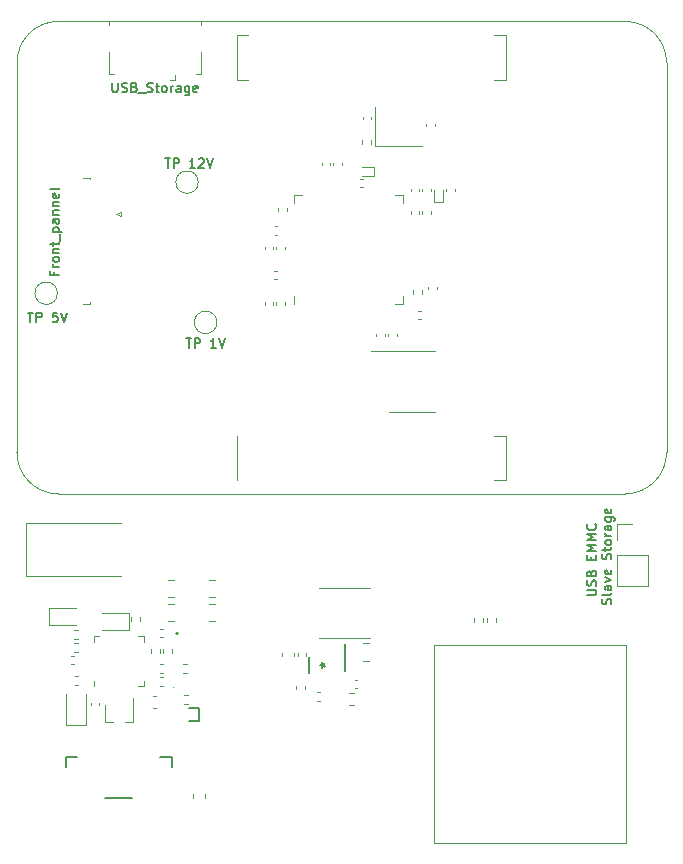
<source format=gbr>
%TF.GenerationSoftware,KiCad,Pcbnew,(6.0.4)*%
%TF.CreationDate,2022-08-11T23:06:16+02:00*%
%TF.ProjectId,MainBoard,4d61696e-426f-4617-9264-2e6b69636164,rev?*%
%TF.SameCoordinates,PXa344e00PY7102aa0*%
%TF.FileFunction,Legend,Top*%
%TF.FilePolarity,Positive*%
%FSLAX46Y46*%
G04 Gerber Fmt 4.6, Leading zero omitted, Abs format (unit mm)*
G04 Created by KiCad (PCBNEW (6.0.4)) date 2022-08-11 23:06:16*
%MOMM*%
%LPD*%
G01*
G04 APERTURE LIST*
%ADD10C,0.150000*%
%ADD11C,0.120000*%
%ADD12C,0.152400*%
%ADD13C,0.100000*%
%ADD14C,0.200000*%
G04 APERTURE END LIST*
D10*
X992857Y45338096D02*
X1450000Y45338096D01*
X1221428Y44538096D02*
X1221428Y45338096D01*
X1716666Y44538096D02*
X1716666Y45338096D01*
X2021428Y45338096D01*
X2097619Y45300000D01*
X2135714Y45261905D01*
X2173809Y45185715D01*
X2173809Y45071429D01*
X2135714Y44995239D01*
X2097619Y44957143D01*
X2021428Y44919048D01*
X1716666Y44919048D01*
X3507142Y45338096D02*
X3126190Y45338096D01*
X3088095Y44957143D01*
X3126190Y44995239D01*
X3202380Y45033334D01*
X3392857Y45033334D01*
X3469047Y44995239D01*
X3507142Y44957143D01*
X3545238Y44880953D01*
X3545238Y44690477D01*
X3507142Y44614286D01*
X3469047Y44576191D01*
X3392857Y44538096D01*
X3202380Y44538096D01*
X3126190Y44576191D01*
X3088095Y44614286D01*
X3773809Y45338096D02*
X4040476Y44538096D01*
X4307142Y45338096D01*
X3217857Y48759524D02*
X3217857Y48492858D01*
X3636904Y48492858D02*
X2836904Y48492858D01*
X2836904Y48873810D01*
X3636904Y49178572D02*
X3103571Y49178572D01*
X3255952Y49178572D02*
X3179761Y49216667D01*
X3141666Y49254762D01*
X3103571Y49330953D01*
X3103571Y49407143D01*
X3636904Y49788096D02*
X3598809Y49711905D01*
X3560714Y49673810D01*
X3484523Y49635715D01*
X3255952Y49635715D01*
X3179761Y49673810D01*
X3141666Y49711905D01*
X3103571Y49788096D01*
X3103571Y49902381D01*
X3141666Y49978572D01*
X3179761Y50016667D01*
X3255952Y50054762D01*
X3484523Y50054762D01*
X3560714Y50016667D01*
X3598809Y49978572D01*
X3636904Y49902381D01*
X3636904Y49788096D01*
X3103571Y50397620D02*
X3636904Y50397620D01*
X3179761Y50397620D02*
X3141666Y50435715D01*
X3103571Y50511905D01*
X3103571Y50626191D01*
X3141666Y50702381D01*
X3217857Y50740477D01*
X3636904Y50740477D01*
X3103571Y51007143D02*
X3103571Y51311905D01*
X2836904Y51121429D02*
X3522619Y51121429D01*
X3598809Y51159524D01*
X3636904Y51235715D01*
X3636904Y51311905D01*
X3713095Y51388096D02*
X3713095Y51997620D01*
X3103571Y52188096D02*
X3903571Y52188096D01*
X3141666Y52188096D02*
X3103571Y52264286D01*
X3103571Y52416667D01*
X3141666Y52492858D01*
X3179761Y52530953D01*
X3255952Y52569048D01*
X3484523Y52569048D01*
X3560714Y52530953D01*
X3598809Y52492858D01*
X3636904Y52416667D01*
X3636904Y52264286D01*
X3598809Y52188096D01*
X3636904Y53254762D02*
X3217857Y53254762D01*
X3141666Y53216667D01*
X3103571Y53140477D01*
X3103571Y52988096D01*
X3141666Y52911905D01*
X3598809Y53254762D02*
X3636904Y53178572D01*
X3636904Y52988096D01*
X3598809Y52911905D01*
X3522619Y52873810D01*
X3446428Y52873810D01*
X3370238Y52911905D01*
X3332142Y52988096D01*
X3332142Y53178572D01*
X3294047Y53254762D01*
X3103571Y53635715D02*
X3636904Y53635715D01*
X3179761Y53635715D02*
X3141666Y53673810D01*
X3103571Y53750000D01*
X3103571Y53864286D01*
X3141666Y53940477D01*
X3217857Y53978572D01*
X3636904Y53978572D01*
X3103571Y54359524D02*
X3636904Y54359524D01*
X3179761Y54359524D02*
X3141666Y54397620D01*
X3103571Y54473810D01*
X3103571Y54588096D01*
X3141666Y54664286D01*
X3217857Y54702381D01*
X3636904Y54702381D01*
X3598809Y55388096D02*
X3636904Y55311905D01*
X3636904Y55159524D01*
X3598809Y55083334D01*
X3522619Y55045239D01*
X3217857Y55045239D01*
X3141666Y55083334D01*
X3103571Y55159524D01*
X3103571Y55311905D01*
X3141666Y55388096D01*
X3217857Y55426191D01*
X3294047Y55426191D01*
X3370238Y55045239D01*
X3636904Y55883334D02*
X3598809Y55807143D01*
X3522619Y55769048D01*
X2836904Y55769048D01*
X48317904Y21404762D02*
X48965523Y21404762D01*
X49041714Y21442858D01*
X49079809Y21480953D01*
X49117904Y21557143D01*
X49117904Y21709524D01*
X49079809Y21785715D01*
X49041714Y21823810D01*
X48965523Y21861905D01*
X48317904Y21861905D01*
X49079809Y22204762D02*
X49117904Y22319048D01*
X49117904Y22509524D01*
X49079809Y22585715D01*
X49041714Y22623810D01*
X48965523Y22661905D01*
X48889333Y22661905D01*
X48813142Y22623810D01*
X48775047Y22585715D01*
X48736952Y22509524D01*
X48698857Y22357143D01*
X48660761Y22280953D01*
X48622666Y22242858D01*
X48546476Y22204762D01*
X48470285Y22204762D01*
X48394095Y22242858D01*
X48356000Y22280953D01*
X48317904Y22357143D01*
X48317904Y22547620D01*
X48356000Y22661905D01*
X48698857Y23271429D02*
X48736952Y23385715D01*
X48775047Y23423810D01*
X48851238Y23461905D01*
X48965523Y23461905D01*
X49041714Y23423810D01*
X49079809Y23385715D01*
X49117904Y23309524D01*
X49117904Y23004762D01*
X48317904Y23004762D01*
X48317904Y23271429D01*
X48356000Y23347620D01*
X48394095Y23385715D01*
X48470285Y23423810D01*
X48546476Y23423810D01*
X48622666Y23385715D01*
X48660761Y23347620D01*
X48698857Y23271429D01*
X48698857Y23004762D01*
X48698857Y24414286D02*
X48698857Y24680953D01*
X49117904Y24795239D02*
X49117904Y24414286D01*
X48317904Y24414286D01*
X48317904Y24795239D01*
X49117904Y25138096D02*
X48317904Y25138096D01*
X48889333Y25404762D01*
X48317904Y25671429D01*
X49117904Y25671429D01*
X49117904Y26052381D02*
X48317904Y26052381D01*
X48889333Y26319048D01*
X48317904Y26585715D01*
X49117904Y26585715D01*
X49041714Y27423810D02*
X49079809Y27385715D01*
X49117904Y27271429D01*
X49117904Y27195239D01*
X49079809Y27080953D01*
X49003619Y27004762D01*
X48927428Y26966667D01*
X48775047Y26928572D01*
X48660761Y26928572D01*
X48508380Y26966667D01*
X48432190Y27004762D01*
X48356000Y27080953D01*
X48317904Y27195239D01*
X48317904Y27271429D01*
X48356000Y27385715D01*
X48394095Y27423810D01*
X50367809Y20661905D02*
X50405904Y20776191D01*
X50405904Y20966667D01*
X50367809Y21042858D01*
X50329714Y21080953D01*
X50253523Y21119048D01*
X50177333Y21119048D01*
X50101142Y21080953D01*
X50063047Y21042858D01*
X50024952Y20966667D01*
X49986857Y20814286D01*
X49948761Y20738096D01*
X49910666Y20700000D01*
X49834476Y20661905D01*
X49758285Y20661905D01*
X49682095Y20700000D01*
X49644000Y20738096D01*
X49605904Y20814286D01*
X49605904Y21004762D01*
X49644000Y21119048D01*
X50405904Y21576191D02*
X50367809Y21500000D01*
X50291619Y21461905D01*
X49605904Y21461905D01*
X50405904Y22223810D02*
X49986857Y22223810D01*
X49910666Y22185715D01*
X49872571Y22109524D01*
X49872571Y21957143D01*
X49910666Y21880953D01*
X50367809Y22223810D02*
X50405904Y22147620D01*
X50405904Y21957143D01*
X50367809Y21880953D01*
X50291619Y21842858D01*
X50215428Y21842858D01*
X50139238Y21880953D01*
X50101142Y21957143D01*
X50101142Y22147620D01*
X50063047Y22223810D01*
X49872571Y22528572D02*
X50405904Y22719048D01*
X49872571Y22909524D01*
X50367809Y23519048D02*
X50405904Y23442858D01*
X50405904Y23290477D01*
X50367809Y23214286D01*
X50291619Y23176191D01*
X49986857Y23176191D01*
X49910666Y23214286D01*
X49872571Y23290477D01*
X49872571Y23442858D01*
X49910666Y23519048D01*
X49986857Y23557143D01*
X50063047Y23557143D01*
X50139238Y23176191D01*
X50367809Y24471429D02*
X50405904Y24585715D01*
X50405904Y24776191D01*
X50367809Y24852381D01*
X50329714Y24890477D01*
X50253523Y24928572D01*
X50177333Y24928572D01*
X50101142Y24890477D01*
X50063047Y24852381D01*
X50024952Y24776191D01*
X49986857Y24623810D01*
X49948761Y24547620D01*
X49910666Y24509524D01*
X49834476Y24471429D01*
X49758285Y24471429D01*
X49682095Y24509524D01*
X49644000Y24547620D01*
X49605904Y24623810D01*
X49605904Y24814286D01*
X49644000Y24928572D01*
X49872571Y25157143D02*
X49872571Y25461905D01*
X49605904Y25271429D02*
X50291619Y25271429D01*
X50367809Y25309524D01*
X50405904Y25385715D01*
X50405904Y25461905D01*
X50405904Y25842858D02*
X50367809Y25766667D01*
X50329714Y25728572D01*
X50253523Y25690477D01*
X50024952Y25690477D01*
X49948761Y25728572D01*
X49910666Y25766667D01*
X49872571Y25842858D01*
X49872571Y25957143D01*
X49910666Y26033334D01*
X49948761Y26071429D01*
X50024952Y26109524D01*
X50253523Y26109524D01*
X50329714Y26071429D01*
X50367809Y26033334D01*
X50405904Y25957143D01*
X50405904Y25842858D01*
X50405904Y26452381D02*
X49872571Y26452381D01*
X50024952Y26452381D02*
X49948761Y26490477D01*
X49910666Y26528572D01*
X49872571Y26604762D01*
X49872571Y26680953D01*
X50405904Y27290477D02*
X49986857Y27290477D01*
X49910666Y27252381D01*
X49872571Y27176191D01*
X49872571Y27023810D01*
X49910666Y26947620D01*
X50367809Y27290477D02*
X50405904Y27214286D01*
X50405904Y27023810D01*
X50367809Y26947620D01*
X50291619Y26909524D01*
X50215428Y26909524D01*
X50139238Y26947620D01*
X50101142Y27023810D01*
X50101142Y27214286D01*
X50063047Y27290477D01*
X49872571Y28014286D02*
X50520190Y28014286D01*
X50596380Y27976191D01*
X50634476Y27938096D01*
X50672571Y27861905D01*
X50672571Y27747620D01*
X50634476Y27671429D01*
X50367809Y28014286D02*
X50405904Y27938096D01*
X50405904Y27785715D01*
X50367809Y27709524D01*
X50329714Y27671429D01*
X50253523Y27633334D01*
X50024952Y27633334D01*
X49948761Y27671429D01*
X49910666Y27709524D01*
X49872571Y27785715D01*
X49872571Y27938096D01*
X49910666Y28014286D01*
X50367809Y28700000D02*
X50405904Y28623810D01*
X50405904Y28471429D01*
X50367809Y28395239D01*
X50291619Y28357143D01*
X49986857Y28357143D01*
X49910666Y28395239D01*
X49872571Y28471429D01*
X49872571Y28623810D01*
X49910666Y28700000D01*
X49986857Y28738096D01*
X50063047Y28738096D01*
X50139238Y28357143D01*
X14392857Y43163096D02*
X14850000Y43163096D01*
X14621428Y42363096D02*
X14621428Y43163096D01*
X15116666Y42363096D02*
X15116666Y43163096D01*
X15421428Y43163096D01*
X15497619Y43125000D01*
X15535714Y43086905D01*
X15573809Y43010715D01*
X15573809Y42896429D01*
X15535714Y42820239D01*
X15497619Y42782143D01*
X15421428Y42744048D01*
X15116666Y42744048D01*
X16945238Y42363096D02*
X16488095Y42363096D01*
X16716666Y42363096D02*
X16716666Y43163096D01*
X16640476Y43048810D01*
X16564285Y42972620D01*
X16488095Y42934524D01*
X17173809Y43163096D02*
X17440476Y42363096D01*
X17707142Y43163096D01*
X12611904Y58388096D02*
X13069047Y58388096D01*
X12840476Y57588096D02*
X12840476Y58388096D01*
X13335714Y57588096D02*
X13335714Y58388096D01*
X13640476Y58388096D01*
X13716666Y58350000D01*
X13754761Y58311905D01*
X13792857Y58235715D01*
X13792857Y58121429D01*
X13754761Y58045239D01*
X13716666Y58007143D01*
X13640476Y57969048D01*
X13335714Y57969048D01*
X15164285Y57588096D02*
X14707142Y57588096D01*
X14935714Y57588096D02*
X14935714Y58388096D01*
X14859523Y58273810D01*
X14783333Y58197620D01*
X14707142Y58159524D01*
X15469047Y58311905D02*
X15507142Y58350000D01*
X15583333Y58388096D01*
X15773809Y58388096D01*
X15850000Y58350000D01*
X15888095Y58311905D01*
X15926190Y58235715D01*
X15926190Y58159524D01*
X15888095Y58045239D01*
X15430952Y57588096D01*
X15926190Y57588096D01*
X16154761Y58388096D02*
X16421428Y57588096D01*
X16688095Y58388096D01*
X8150000Y64788096D02*
X8150000Y64140477D01*
X8188095Y64064286D01*
X8226190Y64026191D01*
X8302380Y63988096D01*
X8454761Y63988096D01*
X8530952Y64026191D01*
X8569047Y64064286D01*
X8607142Y64140477D01*
X8607142Y64788096D01*
X8950000Y64026191D02*
X9064285Y63988096D01*
X9254761Y63988096D01*
X9330952Y64026191D01*
X9369047Y64064286D01*
X9407142Y64140477D01*
X9407142Y64216667D01*
X9369047Y64292858D01*
X9330952Y64330953D01*
X9254761Y64369048D01*
X9102380Y64407143D01*
X9026190Y64445239D01*
X8988095Y64483334D01*
X8950000Y64559524D01*
X8950000Y64635715D01*
X8988095Y64711905D01*
X9026190Y64750000D01*
X9102380Y64788096D01*
X9292857Y64788096D01*
X9407142Y64750000D01*
X10016666Y64407143D02*
X10130952Y64369048D01*
X10169047Y64330953D01*
X10207142Y64254762D01*
X10207142Y64140477D01*
X10169047Y64064286D01*
X10130952Y64026191D01*
X10054761Y63988096D01*
X9750000Y63988096D01*
X9750000Y64788096D01*
X10016666Y64788096D01*
X10092857Y64750000D01*
X10130952Y64711905D01*
X10169047Y64635715D01*
X10169047Y64559524D01*
X10130952Y64483334D01*
X10092857Y64445239D01*
X10016666Y64407143D01*
X9750000Y64407143D01*
X10359523Y63911905D02*
X10969047Y63911905D01*
X11121428Y64026191D02*
X11235714Y63988096D01*
X11426190Y63988096D01*
X11502380Y64026191D01*
X11540476Y64064286D01*
X11578571Y64140477D01*
X11578571Y64216667D01*
X11540476Y64292858D01*
X11502380Y64330953D01*
X11426190Y64369048D01*
X11273809Y64407143D01*
X11197619Y64445239D01*
X11159523Y64483334D01*
X11121428Y64559524D01*
X11121428Y64635715D01*
X11159523Y64711905D01*
X11197619Y64750000D01*
X11273809Y64788096D01*
X11464285Y64788096D01*
X11578571Y64750000D01*
X11807142Y64521429D02*
X12111904Y64521429D01*
X11921428Y64788096D02*
X11921428Y64102381D01*
X11959523Y64026191D01*
X12035714Y63988096D01*
X12111904Y63988096D01*
X12492857Y63988096D02*
X12416666Y64026191D01*
X12378571Y64064286D01*
X12340476Y64140477D01*
X12340476Y64369048D01*
X12378571Y64445239D01*
X12416666Y64483334D01*
X12492857Y64521429D01*
X12607142Y64521429D01*
X12683333Y64483334D01*
X12721428Y64445239D01*
X12759523Y64369048D01*
X12759523Y64140477D01*
X12721428Y64064286D01*
X12683333Y64026191D01*
X12607142Y63988096D01*
X12492857Y63988096D01*
X13102380Y63988096D02*
X13102380Y64521429D01*
X13102380Y64369048D02*
X13140476Y64445239D01*
X13178571Y64483334D01*
X13254761Y64521429D01*
X13330952Y64521429D01*
X13940476Y63988096D02*
X13940476Y64407143D01*
X13902380Y64483334D01*
X13826190Y64521429D01*
X13673809Y64521429D01*
X13597619Y64483334D01*
X13940476Y64026191D02*
X13864285Y63988096D01*
X13673809Y63988096D01*
X13597619Y64026191D01*
X13559523Y64102381D01*
X13559523Y64178572D01*
X13597619Y64254762D01*
X13673809Y64292858D01*
X13864285Y64292858D01*
X13940476Y64330953D01*
X14664285Y64521429D02*
X14664285Y63873810D01*
X14626190Y63797620D01*
X14588095Y63759524D01*
X14511904Y63721429D01*
X14397619Y63721429D01*
X14321428Y63759524D01*
X14664285Y64026191D02*
X14588095Y63988096D01*
X14435714Y63988096D01*
X14359523Y64026191D01*
X14321428Y64064286D01*
X14283333Y64140477D01*
X14283333Y64369048D01*
X14321428Y64445239D01*
X14359523Y64483334D01*
X14435714Y64521429D01*
X14588095Y64521429D01*
X14664285Y64483334D01*
X15350000Y64026191D02*
X15273809Y63988096D01*
X15121428Y63988096D01*
X15045238Y64026191D01*
X15007142Y64102381D01*
X15007142Y64407143D01*
X15045238Y64483334D01*
X15121428Y64521429D01*
X15273809Y64521429D01*
X15350000Y64483334D01*
X15388095Y64407143D01*
X15388095Y64330953D01*
X15007142Y64254762D01*
%TO.C,U8*%
X25752380Y15500000D02*
X25990476Y15500000D01*
X25895238Y15261905D02*
X25990476Y15500000D01*
X25895238Y15738096D01*
X26180952Y15357143D02*
X25990476Y15500000D01*
X26180952Y15642858D01*
D11*
%TO.C,U5*%
X33500000Y42060000D02*
X35450000Y42060000D01*
X33500000Y36940000D02*
X35450000Y36940000D01*
X33500000Y42060000D02*
X30050000Y42060000D01*
X33500000Y36940000D02*
X31550000Y36940000D01*
%TO.C,C65*%
X12407836Y18560000D02*
X12192164Y18560000D01*
X12407836Y17840000D02*
X12192164Y17840000D01*
%TO.C,C84*%
X28907836Y14260000D02*
X28692164Y14260000D01*
X28907836Y13540000D02*
X28692164Y13540000D01*
%TO.C,C62*%
X6340000Y12092164D02*
X6340000Y12307836D01*
X7060000Y12092164D02*
X7060000Y12307836D01*
%TO.C,C72*%
X12858748Y21265000D02*
X13381252Y21265000D01*
X12858748Y22735000D02*
X13381252Y22735000D01*
%TO.C,R25*%
X23720000Y13753641D02*
X23720000Y13446359D01*
X24480000Y13753641D02*
X24480000Y13446359D01*
%TO.C,C30*%
X37130000Y55592164D02*
X37130000Y55807836D01*
X36410000Y55592164D02*
X36410000Y55807836D01*
%TO.C,C37*%
X34915000Y47507836D02*
X34915000Y47292164D01*
X35635000Y47507836D02*
X35635000Y47292164D01*
%TO.C,Y1*%
X30400000Y59450000D02*
X34400000Y59450000D01*
X30400000Y62750000D02*
X30400000Y59450000D01*
%TO.C,D10*%
X9585000Y19935000D02*
X7300000Y19935000D01*
X7300000Y18465000D02*
X9585000Y18465000D01*
X9585000Y18465000D02*
X9585000Y19935000D01*
%TO.C,C64*%
X4662164Y16260000D02*
X4877836Y16260000D01*
X4662164Y15540000D02*
X4877836Y15540000D01*
%TO.C,R16*%
X14453641Y15580000D02*
X14146359Y15580000D01*
X14453641Y14820000D02*
X14146359Y14820000D01*
%TO.C,L2*%
X29954000Y17746000D02*
X25646000Y17746000D01*
X25646000Y22054000D02*
X29954000Y22054000D01*
%TO.C,C45*%
X33410000Y53692164D02*
X33410000Y53907836D01*
X34130000Y53692164D02*
X34130000Y53907836D01*
D12*
%TO.C,U8*%
X24776000Y16200001D02*
X24776000Y14799999D01*
X27825001Y17249999D02*
X27825001Y14950001D01*
D11*
%TO.C,C82*%
X23510000Y16259420D02*
X23510000Y16540580D01*
X22490000Y16259420D02*
X22490000Y16540580D01*
%TO.C,R19*%
X12420000Y16546359D02*
X12420000Y16853641D01*
X13180000Y16546359D02*
X13180000Y16853641D01*
%TO.C,C49*%
X29377836Y56660000D02*
X29162164Y56660000D01*
X29377836Y55940000D02*
X29162164Y55940000D01*
%TO.C,C54*%
X21040000Y46207836D02*
X21040000Y45992164D01*
X21760000Y46207836D02*
X21760000Y45992164D01*
D10*
%TO.C,D5*%
X15460000Y11863880D02*
X14630000Y11863880D01*
X15460000Y10790000D02*
X15460000Y11865620D01*
X15460000Y10784380D02*
X14660000Y10784380D01*
D11*
%TO.C,C11*%
X35460000Y61307836D02*
X35460000Y61092164D01*
X34740000Y61307836D02*
X34740000Y61092164D01*
%TO.C,R10*%
X33595000Y47228641D02*
X33595000Y46921359D01*
X34355000Y47228641D02*
X34355000Y46921359D01*
%TO.C,J6*%
X50840000Y22205000D02*
X53500000Y22205000D01*
X50840000Y24805000D02*
X53500000Y24805000D01*
X53500000Y24805000D02*
X53500000Y22205000D01*
X50840000Y27405000D02*
X52170000Y27405000D01*
X50840000Y26075000D02*
X50840000Y27405000D01*
X50840000Y24805000D02*
X50840000Y22205000D01*
%TO.C,R2*%
X39890000Y19453641D02*
X39890000Y19146359D01*
X40650000Y19453641D02*
X40650000Y19146359D01*
%TO.C,R3*%
X29320000Y59953641D02*
X29320000Y59646359D01*
X30080000Y59953641D02*
X30080000Y59646359D01*
%TO.C,C27*%
X35130000Y53692164D02*
X35130000Y53907836D01*
X34410000Y53692164D02*
X34410000Y53907836D01*
%TO.C,C79*%
X860000Y27560000D02*
X860000Y23040000D01*
X8920000Y27560000D02*
X860000Y27560000D01*
X860000Y23040000D02*
X8920000Y23040000D01*
%TO.C,J8*%
X6260000Y56750000D02*
X5660000Y56750000D01*
X6260000Y46100000D02*
X5660000Y46100000D01*
X8850000Y53475000D02*
X8850000Y53875000D01*
X8850000Y53875000D02*
X8450000Y53675000D01*
X6260000Y56640000D02*
X6260000Y56750000D01*
X8450000Y53675000D02*
X8850000Y53475000D01*
X6260000Y46210000D02*
X6260000Y46100000D01*
%TO.C,C50*%
X22760000Y50692164D02*
X22760000Y50907836D01*
X22040000Y50692164D02*
X22040000Y50907836D01*
%TO.C,C61*%
X11840580Y12910000D02*
X11559420Y12910000D01*
X11840580Y11890000D02*
X11559420Y11890000D01*
%TO.C,R1*%
X39565000Y19443641D02*
X39565000Y19136359D01*
X38805000Y19443641D02*
X38805000Y19136359D01*
%TO.C,C67*%
X12858748Y20685000D02*
X13381252Y20685000D01*
X12858748Y19215000D02*
X13381252Y19215000D01*
%TO.C,R4*%
X22160000Y54213641D02*
X22160000Y53906359D01*
X22920000Y54213641D02*
X22920000Y53906359D01*
%TO.C,C12*%
X26610000Y58007836D02*
X26610000Y57792164D01*
X25890000Y58007836D02*
X25890000Y57792164D01*
%TO.C,C32*%
X22107836Y51940000D02*
X21892164Y51940000D01*
X22107836Y52660000D02*
X21892164Y52660000D01*
%TO.C,D6*%
X9860000Y10670000D02*
X9860000Y12700000D01*
X8200000Y10670000D02*
X7540000Y10670000D01*
X7540000Y12080000D02*
X7540000Y10670000D01*
X9860000Y10670000D02*
X9200000Y10670000D01*
%TO.C,C81*%
X16831252Y19215000D02*
X16308748Y19215000D01*
X16831252Y20685000D02*
X16308748Y20685000D01*
%TO.C,C42*%
X34062164Y44790000D02*
X34277836Y44790000D01*
X34062164Y45510000D02*
X34277836Y45510000D01*
%TO.C,R24*%
X28162742Y12077500D02*
X28637258Y12077500D01*
X28162742Y13122500D02*
X28637258Y13122500D01*
%TO.C,C44*%
X32235000Y43557836D02*
X32235000Y43342164D01*
X31515000Y43557836D02*
X31515000Y43342164D01*
%TO.C,C43*%
X22077836Y48860000D02*
X21862164Y48860000D01*
X22077836Y48140000D02*
X21862164Y48140000D01*
%TO.C,U6*%
X6590000Y17910000D02*
X7065000Y17910000D01*
X10810000Y14165000D02*
X10810000Y13690000D01*
X10810000Y13690000D02*
X10335000Y13690000D01*
X6590000Y17435000D02*
X6590000Y17910000D01*
X10810000Y17910000D02*
X10335000Y17910000D01*
X6590000Y14165000D02*
X6590000Y13690000D01*
X10810000Y17435000D02*
X10810000Y17910000D01*
%TO.C,TP2*%
X15425000Y56375000D02*
G75*
G03*
X15425000Y56375000I-950000J0D01*
G01*
%TO.C,R12*%
X12146359Y14480000D02*
X12453641Y14480000D01*
X12146359Y13720000D02*
X12453641Y13720000D01*
%TO.C,C60*%
X14990000Y4540580D02*
X14990000Y4259420D01*
X16010000Y4540580D02*
X16010000Y4259420D01*
D10*
%TO.C,Q1*%
X13712111Y18170000D02*
G75*
G03*
X13712111Y18170000I-72111J0D01*
G01*
D11*
%TO.C,C25*%
X35410000Y54684000D02*
X36130000Y54684000D01*
X36130000Y54684000D02*
X36130000Y55700000D01*
X35410000Y54684000D02*
X35410000Y55700000D01*
%TO.C,C13*%
X26840000Y58007836D02*
X26840000Y57792164D01*
X27560000Y58007836D02*
X27560000Y57792164D01*
%TO.C,C22*%
X30286000Y57660000D02*
X29270000Y57660000D01*
X30286000Y56940000D02*
X30286000Y57660000D01*
X30286000Y56940000D02*
X29270000Y56940000D01*
%TO.C,C85*%
X29338748Y17335000D02*
X29861252Y17335000D01*
X29338748Y15865000D02*
X29861252Y15865000D01*
%TO.C,R13*%
X4946359Y17720000D02*
X5253641Y17720000D01*
X4946359Y18480000D02*
X5253641Y18480000D01*
%TO.C,R18*%
X12180000Y16546359D02*
X12180000Y16853641D01*
X11420000Y16546359D02*
X11420000Y16853641D01*
%TO.C,C83*%
X23840000Y16292164D02*
X23840000Y16507836D01*
X24560000Y16292164D02*
X24560000Y16507836D01*
%TO.C,C51*%
X22040000Y46207836D02*
X22040000Y45992164D01*
X22760000Y46207836D02*
X22760000Y45992164D01*
%TO.C,C46*%
X30515000Y43557836D02*
X30515000Y43342164D01*
X31235000Y43557836D02*
X31235000Y43342164D01*
%TO.C,TP3*%
X3500000Y46975000D02*
G75*
G03*
X3500000Y46975000I-950000J0D01*
G01*
D13*
%TO.C,D7*%
X13360000Y13600000D02*
G75*
G03*
X13360000Y13600000I-50000J0D01*
G01*
D11*
%TO.C,J7*%
X13470000Y64997500D02*
X13020000Y64997500D01*
X15670000Y67397500D02*
X15670000Y65547500D01*
X15670000Y69947500D02*
X15670000Y69697500D01*
X13470000Y64997500D02*
X13470000Y65447500D01*
X7870000Y65547500D02*
X8320000Y65547500D01*
X7870000Y67397500D02*
X7870000Y65547500D01*
X7870000Y69947500D02*
X7870000Y69697500D01*
X15670000Y65547500D02*
X15220000Y65547500D01*
%TO.C,R11*%
X14553641Y12980000D02*
X14246359Y12980000D01*
X14553641Y12220000D02*
X14246359Y12220000D01*
%TO.C,C78*%
X16851252Y21265000D02*
X16328748Y21265000D01*
X16851252Y22735000D02*
X16328748Y22735000D01*
%TO.C,R14*%
X12146359Y15580000D02*
X12453641Y15580000D01*
X12146359Y14820000D02*
X12453641Y14820000D01*
%TO.C,U3*%
X35400000Y17150000D02*
X51670000Y17150000D01*
X51670000Y450000D02*
X51670000Y17150000D01*
X51670000Y450000D02*
X35400000Y450000D01*
X35400000Y450000D02*
X35400000Y17150000D01*
%TO.C,R17*%
X10480000Y19246359D02*
X10480000Y19553641D01*
X9720000Y19246359D02*
X9720000Y19553641D01*
%TO.C,C63*%
X4992164Y13840000D02*
X5207836Y13840000D01*
X4992164Y14560000D02*
X5207836Y14560000D01*
%TO.C,Module1*%
X41480000Y65060000D02*
X40480000Y65060000D01*
X41480000Y65060000D02*
X41480000Y68840000D01*
X18680000Y65060000D02*
X18680000Y68840000D01*
X51580000Y69990000D02*
X3580000Y69990000D01*
X3580000Y29990000D02*
X51580000Y29990000D01*
X18680000Y68840000D02*
X19680000Y68840000D01*
X18680000Y65060000D02*
X19680000Y65060000D01*
X41480000Y68840000D02*
X40480000Y68840000D01*
X80000Y66490000D02*
X80000Y33490000D01*
X55080000Y33490000D02*
X55080000Y66490000D01*
X41480000Y31140000D02*
X41480000Y34920000D01*
X18680000Y31140000D02*
X18680000Y34920000D01*
X41480000Y31140000D02*
X40480000Y31140000D01*
X41480000Y34920000D02*
X40480000Y34920000D01*
X51580000Y29990000D02*
G75*
G03*
X55080000Y33490000I1J3499999D01*
G01*
X80000Y33490000D02*
G75*
G03*
X3580000Y29990000I3499999J-1D01*
G01*
X55080000Y66490000D02*
G75*
G03*
X51580000Y69990000I-3500000J0D01*
G01*
X3580000Y69990000D02*
G75*
G03*
X80000Y66490000I0J-3500000D01*
G01*
D14*
%TO.C,J1*%
X12200000Y7700000D02*
X13170000Y7700000D01*
X7550000Y4220000D02*
X9850000Y4220000D01*
X4230000Y7700000D02*
X5200000Y7700000D01*
X4230000Y6900000D02*
X4230000Y7700000D01*
X13170000Y7700000D02*
X13170000Y6900000D01*
D11*
%TO.C,C40*%
X34410000Y55592164D02*
X34410000Y55807836D01*
X35130000Y55592164D02*
X35130000Y55807836D01*
%TO.C,TP1*%
X17000000Y44500000D02*
G75*
G03*
X17000000Y44500000I-950000J0D01*
G01*
%TO.C,R26*%
X25753641Y13180000D02*
X25446359Y13180000D01*
X25753641Y12420000D02*
X25446359Y12420000D01*
%TO.C,D9*%
X2815000Y18865000D02*
X5100000Y18865000D01*
X5100000Y20335000D02*
X2815000Y20335000D01*
X2815000Y20335000D02*
X2815000Y18865000D01*
%TO.C,C55*%
X21040000Y50692164D02*
X21040000Y50907836D01*
X21760000Y50692164D02*
X21760000Y50907836D01*
%TO.C,C2*%
X29340000Y61692164D02*
X29340000Y61907836D01*
X30060000Y61692164D02*
X30060000Y61907836D01*
%TO.C,C35*%
X33410000Y55592164D02*
X33410000Y55807836D01*
X34130000Y55592164D02*
X34130000Y55807836D01*
%TO.C,U4*%
X32760000Y46700000D02*
X32760000Y46050000D01*
X23540000Y46700000D02*
X23540000Y46050000D01*
X32760000Y55270000D02*
X32110000Y55270000D01*
X23540000Y54620000D02*
X23540000Y55270000D01*
X32760000Y54620000D02*
X32760000Y55270000D01*
X32760000Y46050000D02*
X32110000Y46050000D01*
X23540000Y55270000D02*
X24190000Y55270000D01*
%TO.C,D8*%
X4250000Y10450000D02*
X5950000Y10450000D01*
X5950000Y10450000D02*
X5950000Y13000000D01*
X4250000Y10450000D02*
X4250000Y13000000D01*
%TO.C,R15*%
X5253641Y16620000D02*
X4946359Y16620000D01*
X5253641Y17380000D02*
X4946359Y17380000D01*
%TD*%
M02*

</source>
